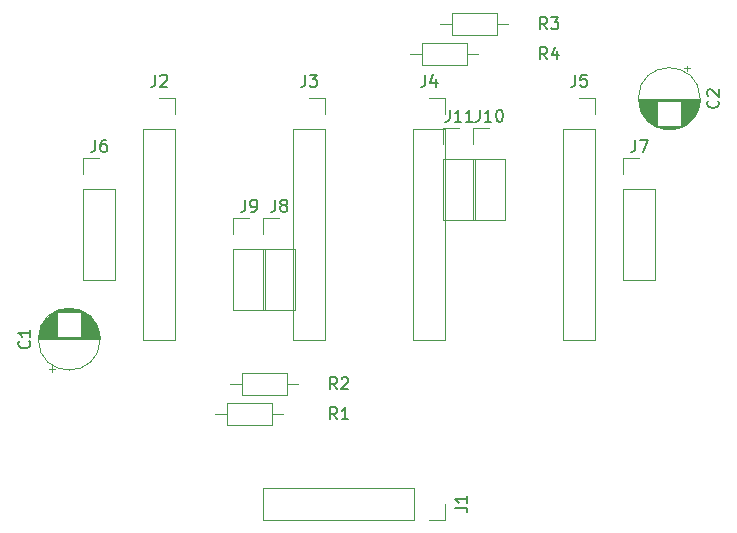
<source format=gto>
G04 #@! TF.GenerationSoftware,KiCad,Pcbnew,(6.0.2)*
G04 #@! TF.CreationDate,2025-01-10T20:50:02+01:00*
G04 #@! TF.ProjectId,2motor,326d6f74-6f72-42e6-9b69-6361645f7063,rev?*
G04 #@! TF.SameCoordinates,Original*
G04 #@! TF.FileFunction,Legend,Top*
G04 #@! TF.FilePolarity,Positive*
%FSLAX46Y46*%
G04 Gerber Fmt 4.6, Leading zero omitted, Abs format (unit mm)*
G04 Created by KiCad (PCBNEW (6.0.2)) date 2025-01-10 20:50:02*
%MOMM*%
%LPD*%
G01*
G04 APERTURE LIST*
%ADD10C,0.150000*%
%ADD11C,0.120000*%
%ADD12R,1.700000X1.700000*%
%ADD13O,1.700000X1.700000*%
%ADD14C,1.400000*%
%ADD15O,1.400000X1.400000*%
%ADD16R,1.600000X1.600000*%
%ADD17C,1.600000*%
G04 APERTURE END LIST*
D10*
X129206666Y-95742380D02*
X129206666Y-96456666D01*
X129159047Y-96599523D01*
X129063809Y-96694761D01*
X128920952Y-96742380D01*
X128825714Y-96742380D01*
X129587619Y-95742380D02*
X130206666Y-95742380D01*
X129873333Y-96123333D01*
X130016190Y-96123333D01*
X130111428Y-96170952D01*
X130159047Y-96218571D01*
X130206666Y-96313809D01*
X130206666Y-96551904D01*
X130159047Y-96647142D01*
X130111428Y-96694761D01*
X130016190Y-96742380D01*
X129730476Y-96742380D01*
X129635238Y-96694761D01*
X129587619Y-96647142D01*
X143970476Y-98722380D02*
X143970476Y-99436666D01*
X143922857Y-99579523D01*
X143827619Y-99674761D01*
X143684761Y-99722380D01*
X143589523Y-99722380D01*
X144970476Y-99722380D02*
X144399047Y-99722380D01*
X144684761Y-99722380D02*
X144684761Y-98722380D01*
X144589523Y-98865238D01*
X144494285Y-98960476D01*
X144399047Y-99008095D01*
X145589523Y-98722380D02*
X145684761Y-98722380D01*
X145780000Y-98770000D01*
X145827619Y-98817619D01*
X145875238Y-98912857D01*
X145922857Y-99103333D01*
X145922857Y-99341428D01*
X145875238Y-99531904D01*
X145827619Y-99627142D01*
X145780000Y-99674761D01*
X145684761Y-99722380D01*
X145589523Y-99722380D01*
X145494285Y-99674761D01*
X145446666Y-99627142D01*
X145399047Y-99531904D01*
X145351428Y-99341428D01*
X145351428Y-99103333D01*
X145399047Y-98912857D01*
X145446666Y-98817619D01*
X145494285Y-98770000D01*
X145589523Y-98722380D01*
X131913333Y-124912380D02*
X131580000Y-124436190D01*
X131341904Y-124912380D02*
X131341904Y-123912380D01*
X131722857Y-123912380D01*
X131818095Y-123960000D01*
X131865714Y-124007619D01*
X131913333Y-124102857D01*
X131913333Y-124245714D01*
X131865714Y-124340952D01*
X131818095Y-124388571D01*
X131722857Y-124436190D01*
X131341904Y-124436190D01*
X132865714Y-124912380D02*
X132294285Y-124912380D01*
X132580000Y-124912380D02*
X132580000Y-123912380D01*
X132484761Y-124055238D01*
X132389523Y-124150476D01*
X132294285Y-124198095D01*
X141922380Y-132413333D02*
X142636666Y-132413333D01*
X142779523Y-132460952D01*
X142874761Y-132556190D01*
X142922380Y-132699047D01*
X142922380Y-132794285D01*
X142922380Y-131413333D02*
X142922380Y-131984761D01*
X142922380Y-131699047D02*
X141922380Y-131699047D01*
X142065238Y-131794285D01*
X142160476Y-131889523D01*
X142208095Y-131984761D01*
X164127142Y-97936666D02*
X164174761Y-97984285D01*
X164222380Y-98127142D01*
X164222380Y-98222380D01*
X164174761Y-98365238D01*
X164079523Y-98460476D01*
X163984285Y-98508095D01*
X163793809Y-98555714D01*
X163650952Y-98555714D01*
X163460476Y-98508095D01*
X163365238Y-98460476D01*
X163270000Y-98365238D01*
X163222380Y-98222380D01*
X163222380Y-98127142D01*
X163270000Y-97984285D01*
X163317619Y-97936666D01*
X163317619Y-97555714D02*
X163270000Y-97508095D01*
X163222380Y-97412857D01*
X163222380Y-97174761D01*
X163270000Y-97079523D01*
X163317619Y-97031904D01*
X163412857Y-96984285D01*
X163508095Y-96984285D01*
X163650952Y-97031904D01*
X164222380Y-97603333D01*
X164222380Y-96984285D01*
X124126666Y-106342380D02*
X124126666Y-107056666D01*
X124079047Y-107199523D01*
X123983809Y-107294761D01*
X123840952Y-107342380D01*
X123745714Y-107342380D01*
X124650476Y-107342380D02*
X124840952Y-107342380D01*
X124936190Y-107294761D01*
X124983809Y-107247142D01*
X125079047Y-107104285D01*
X125126666Y-106913809D01*
X125126666Y-106532857D01*
X125079047Y-106437619D01*
X125031428Y-106390000D01*
X124936190Y-106342380D01*
X124745714Y-106342380D01*
X124650476Y-106390000D01*
X124602857Y-106437619D01*
X124555238Y-106532857D01*
X124555238Y-106770952D01*
X124602857Y-106866190D01*
X124650476Y-106913809D01*
X124745714Y-106961428D01*
X124936190Y-106961428D01*
X125031428Y-106913809D01*
X125079047Y-106866190D01*
X125126666Y-106770952D01*
X149693333Y-94432380D02*
X149360000Y-93956190D01*
X149121904Y-94432380D02*
X149121904Y-93432380D01*
X149502857Y-93432380D01*
X149598095Y-93480000D01*
X149645714Y-93527619D01*
X149693333Y-93622857D01*
X149693333Y-93765714D01*
X149645714Y-93860952D01*
X149598095Y-93908571D01*
X149502857Y-93956190D01*
X149121904Y-93956190D01*
X150550476Y-93765714D02*
X150550476Y-94432380D01*
X150312380Y-93384761D02*
X150074285Y-94099047D01*
X150693333Y-94099047D01*
X152066666Y-95742380D02*
X152066666Y-96456666D01*
X152019047Y-96599523D01*
X151923809Y-96694761D01*
X151780952Y-96742380D01*
X151685714Y-96742380D01*
X153019047Y-95742380D02*
X152542857Y-95742380D01*
X152495238Y-96218571D01*
X152542857Y-96170952D01*
X152638095Y-96123333D01*
X152876190Y-96123333D01*
X152971428Y-96170952D01*
X153019047Y-96218571D01*
X153066666Y-96313809D01*
X153066666Y-96551904D01*
X153019047Y-96647142D01*
X152971428Y-96694761D01*
X152876190Y-96742380D01*
X152638095Y-96742380D01*
X152542857Y-96694761D01*
X152495238Y-96647142D01*
X149693333Y-91892380D02*
X149360000Y-91416190D01*
X149121904Y-91892380D02*
X149121904Y-90892380D01*
X149502857Y-90892380D01*
X149598095Y-90940000D01*
X149645714Y-90987619D01*
X149693333Y-91082857D01*
X149693333Y-91225714D01*
X149645714Y-91320952D01*
X149598095Y-91368571D01*
X149502857Y-91416190D01*
X149121904Y-91416190D01*
X150026666Y-90892380D02*
X150645714Y-90892380D01*
X150312380Y-91273333D01*
X150455238Y-91273333D01*
X150550476Y-91320952D01*
X150598095Y-91368571D01*
X150645714Y-91463809D01*
X150645714Y-91701904D01*
X150598095Y-91797142D01*
X150550476Y-91844761D01*
X150455238Y-91892380D01*
X150169523Y-91892380D01*
X150074285Y-91844761D01*
X150026666Y-91797142D01*
X139366666Y-95742380D02*
X139366666Y-96456666D01*
X139319047Y-96599523D01*
X139223809Y-96694761D01*
X139080952Y-96742380D01*
X138985714Y-96742380D01*
X140271428Y-96075714D02*
X140271428Y-96742380D01*
X140033333Y-95694761D02*
X139795238Y-96409047D01*
X140414285Y-96409047D01*
X131913333Y-122372380D02*
X131580000Y-121896190D01*
X131341904Y-122372380D02*
X131341904Y-121372380D01*
X131722857Y-121372380D01*
X131818095Y-121420000D01*
X131865714Y-121467619D01*
X131913333Y-121562857D01*
X131913333Y-121705714D01*
X131865714Y-121800952D01*
X131818095Y-121848571D01*
X131722857Y-121896190D01*
X131341904Y-121896190D01*
X132294285Y-121467619D02*
X132341904Y-121420000D01*
X132437142Y-121372380D01*
X132675238Y-121372380D01*
X132770476Y-121420000D01*
X132818095Y-121467619D01*
X132865714Y-121562857D01*
X132865714Y-121658095D01*
X132818095Y-121800952D01*
X132246666Y-122372380D01*
X132865714Y-122372380D01*
X111426666Y-101262380D02*
X111426666Y-101976666D01*
X111379047Y-102119523D01*
X111283809Y-102214761D01*
X111140952Y-102262380D01*
X111045714Y-102262380D01*
X112331428Y-101262380D02*
X112140952Y-101262380D01*
X112045714Y-101310000D01*
X111998095Y-101357619D01*
X111902857Y-101500476D01*
X111855238Y-101690952D01*
X111855238Y-102071904D01*
X111902857Y-102167142D01*
X111950476Y-102214761D01*
X112045714Y-102262380D01*
X112236190Y-102262380D01*
X112331428Y-102214761D01*
X112379047Y-102167142D01*
X112426666Y-102071904D01*
X112426666Y-101833809D01*
X112379047Y-101738571D01*
X112331428Y-101690952D01*
X112236190Y-101643333D01*
X112045714Y-101643333D01*
X111950476Y-101690952D01*
X111902857Y-101738571D01*
X111855238Y-101833809D01*
X116506666Y-95742380D02*
X116506666Y-96456666D01*
X116459047Y-96599523D01*
X116363809Y-96694761D01*
X116220952Y-96742380D01*
X116125714Y-96742380D01*
X116935238Y-95837619D02*
X116982857Y-95790000D01*
X117078095Y-95742380D01*
X117316190Y-95742380D01*
X117411428Y-95790000D01*
X117459047Y-95837619D01*
X117506666Y-95932857D01*
X117506666Y-96028095D01*
X117459047Y-96170952D01*
X116887619Y-96742380D01*
X117506666Y-96742380D01*
X126666666Y-106342380D02*
X126666666Y-107056666D01*
X126619047Y-107199523D01*
X126523809Y-107294761D01*
X126380952Y-107342380D01*
X126285714Y-107342380D01*
X127285714Y-106770952D02*
X127190476Y-106723333D01*
X127142857Y-106675714D01*
X127095238Y-106580476D01*
X127095238Y-106532857D01*
X127142857Y-106437619D01*
X127190476Y-106390000D01*
X127285714Y-106342380D01*
X127476190Y-106342380D01*
X127571428Y-106390000D01*
X127619047Y-106437619D01*
X127666666Y-106532857D01*
X127666666Y-106580476D01*
X127619047Y-106675714D01*
X127571428Y-106723333D01*
X127476190Y-106770952D01*
X127285714Y-106770952D01*
X127190476Y-106818571D01*
X127142857Y-106866190D01*
X127095238Y-106961428D01*
X127095238Y-107151904D01*
X127142857Y-107247142D01*
X127190476Y-107294761D01*
X127285714Y-107342380D01*
X127476190Y-107342380D01*
X127571428Y-107294761D01*
X127619047Y-107247142D01*
X127666666Y-107151904D01*
X127666666Y-106961428D01*
X127619047Y-106866190D01*
X127571428Y-106818571D01*
X127476190Y-106770952D01*
X141430476Y-98722380D02*
X141430476Y-99436666D01*
X141382857Y-99579523D01*
X141287619Y-99674761D01*
X141144761Y-99722380D01*
X141049523Y-99722380D01*
X142430476Y-99722380D02*
X141859047Y-99722380D01*
X142144761Y-99722380D02*
X142144761Y-98722380D01*
X142049523Y-98865238D01*
X141954285Y-98960476D01*
X141859047Y-99008095D01*
X143382857Y-99722380D02*
X142811428Y-99722380D01*
X143097142Y-99722380D02*
X143097142Y-98722380D01*
X143001904Y-98865238D01*
X142906666Y-98960476D01*
X142811428Y-99008095D01*
X105827142Y-118296666D02*
X105874761Y-118344285D01*
X105922380Y-118487142D01*
X105922380Y-118582380D01*
X105874761Y-118725238D01*
X105779523Y-118820476D01*
X105684285Y-118868095D01*
X105493809Y-118915714D01*
X105350952Y-118915714D01*
X105160476Y-118868095D01*
X105065238Y-118820476D01*
X104970000Y-118725238D01*
X104922380Y-118582380D01*
X104922380Y-118487142D01*
X104970000Y-118344285D01*
X105017619Y-118296666D01*
X105922380Y-117344285D02*
X105922380Y-117915714D01*
X105922380Y-117630000D02*
X104922380Y-117630000D01*
X105065238Y-117725238D01*
X105160476Y-117820476D01*
X105208095Y-117915714D01*
X157146666Y-101262380D02*
X157146666Y-101976666D01*
X157099047Y-102119523D01*
X157003809Y-102214761D01*
X156860952Y-102262380D01*
X156765714Y-102262380D01*
X157527619Y-101262380D02*
X158194285Y-101262380D01*
X157765714Y-102262380D01*
D11*
X129540000Y-97730000D02*
X130870000Y-97730000D01*
X128210000Y-118170000D02*
X130870000Y-118170000D01*
X128210000Y-100330000D02*
X130870000Y-100330000D01*
X128210000Y-100330000D02*
X128210000Y-118170000D01*
X130870000Y-100330000D02*
X130870000Y-118170000D01*
X130870000Y-97730000D02*
X130870000Y-99060000D01*
X143450000Y-102870000D02*
X146110000Y-102870000D01*
X143450000Y-101600000D02*
X143450000Y-100270000D01*
X143450000Y-100270000D02*
X144780000Y-100270000D01*
X143450000Y-108010000D02*
X146110000Y-108010000D01*
X143450000Y-102870000D02*
X143450000Y-108010000D01*
X146110000Y-102870000D02*
X146110000Y-108010000D01*
X121590000Y-124460000D02*
X122540000Y-124460000D01*
X122540000Y-125380000D02*
X126380000Y-125380000D01*
X126380000Y-125380000D02*
X126380000Y-123540000D01*
X126380000Y-123540000D02*
X122540000Y-123540000D01*
X122540000Y-123540000D02*
X122540000Y-125380000D01*
X127330000Y-124460000D02*
X126380000Y-124460000D01*
X138430000Y-130750000D02*
X138430000Y-133410000D01*
X141030000Y-132080000D02*
X141030000Y-133410000D01*
X138430000Y-130750000D02*
X125670000Y-130750000D01*
X125670000Y-130750000D02*
X125670000Y-133410000D01*
X138430000Y-133410000D02*
X125670000Y-133410000D01*
X141030000Y-133410000D02*
X139700000Y-133410000D01*
X161271000Y-100051000D02*
X161060000Y-100051000D01*
X162462000Y-98611000D02*
X161060000Y-98611000D01*
X158980000Y-99331000D02*
X157955000Y-99331000D01*
X162556000Y-98250000D02*
X161060000Y-98250000D01*
X162540000Y-98330000D02*
X161060000Y-98330000D01*
X162531000Y-98370000D02*
X161060000Y-98370000D01*
X158980000Y-99931000D02*
X158577000Y-99931000D01*
X158980000Y-99371000D02*
X157985000Y-99371000D01*
X161745000Y-95215225D02*
X161245000Y-95215225D01*
X162142000Y-99251000D02*
X161060000Y-99251000D01*
X158980000Y-98130000D02*
X157464000Y-98130000D01*
X158980000Y-99971000D02*
X158637000Y-99971000D01*
X162521000Y-98410000D02*
X161060000Y-98410000D01*
X162330000Y-98931000D02*
X161060000Y-98931000D01*
X158980000Y-99611000D02*
X158194000Y-99611000D01*
X162596000Y-97930000D02*
X157444000Y-97930000D01*
X160935000Y-100211000D02*
X159105000Y-100211000D01*
X162195000Y-99171000D02*
X161060000Y-99171000D01*
X161719000Y-99731000D02*
X161060000Y-99731000D01*
X162600000Y-97770000D02*
X157440000Y-97770000D01*
X162115000Y-99291000D02*
X161060000Y-99291000D01*
X162548000Y-98290000D02*
X161060000Y-98290000D01*
X158980000Y-99451000D02*
X158049000Y-99451000D01*
X158980000Y-98491000D02*
X157540000Y-98491000D01*
X158980000Y-98851000D02*
X157672000Y-98851000D01*
X158980000Y-98330000D02*
X157500000Y-98330000D01*
X158980000Y-98410000D02*
X157519000Y-98410000D01*
X162349000Y-98891000D02*
X161060000Y-98891000D01*
X161625000Y-99811000D02*
X161060000Y-99811000D01*
X161118000Y-100131000D02*
X158922000Y-100131000D01*
X162488000Y-98531000D02*
X161060000Y-98531000D01*
X162418000Y-98731000D02*
X161060000Y-98731000D01*
X158980000Y-98370000D02*
X157509000Y-98370000D01*
X158980000Y-98931000D02*
X157710000Y-98931000D01*
X158980000Y-98691000D02*
X157606000Y-98691000D01*
X158980000Y-99131000D02*
X157820000Y-99131000D01*
X162055000Y-99371000D02*
X161060000Y-99371000D01*
X158980000Y-99411000D02*
X158016000Y-99411000D01*
X161921000Y-99531000D02*
X161060000Y-99531000D01*
X158980000Y-98210000D02*
X157477000Y-98210000D01*
X158980000Y-99291000D02*
X157925000Y-99291000D01*
X158980000Y-98971000D02*
X157730000Y-98971000D01*
X162402000Y-98771000D02*
X161060000Y-98771000D01*
X160697000Y-100291000D02*
X159343000Y-100291000D01*
X158980000Y-98050000D02*
X157455000Y-98050000D01*
X162570000Y-98170000D02*
X161060000Y-98170000D01*
X162511000Y-98450000D02*
X161060000Y-98450000D01*
X158980000Y-98531000D02*
X157552000Y-98531000D01*
X162576000Y-98130000D02*
X161060000Y-98130000D01*
X158980000Y-98891000D02*
X157691000Y-98891000D01*
X158980000Y-99851000D02*
X158466000Y-99851000D01*
X161846000Y-99611000D02*
X161060000Y-99611000D01*
X161957000Y-99491000D02*
X161060000Y-99491000D01*
X162563000Y-98210000D02*
X161060000Y-98210000D01*
X161884000Y-99571000D02*
X161060000Y-99571000D01*
X158980000Y-98651000D02*
X157592000Y-98651000D01*
X161198000Y-100091000D02*
X158842000Y-100091000D01*
X158980000Y-98170000D02*
X157470000Y-98170000D01*
X162085000Y-99331000D02*
X161060000Y-99331000D01*
X161673000Y-99771000D02*
X161060000Y-99771000D01*
X162598000Y-97890000D02*
X157442000Y-97890000D01*
X158980000Y-99531000D02*
X158119000Y-99531000D01*
X158980000Y-99811000D02*
X158415000Y-99811000D01*
X160538000Y-100331000D02*
X159502000Y-100331000D01*
X162024000Y-99411000D02*
X161060000Y-99411000D01*
X161520000Y-99891000D02*
X161060000Y-99891000D01*
X161574000Y-99851000D02*
X161060000Y-99851000D01*
X162593000Y-97970000D02*
X157447000Y-97970000D01*
X162475000Y-98571000D02*
X161060000Y-98571000D01*
X162599000Y-97850000D02*
X157441000Y-97850000D01*
X162220000Y-99131000D02*
X161060000Y-99131000D01*
X158980000Y-99891000D02*
X158520000Y-99891000D01*
X162434000Y-98691000D02*
X161060000Y-98691000D01*
X162267000Y-99051000D02*
X161060000Y-99051000D01*
X158980000Y-99491000D02*
X158083000Y-99491000D01*
X160825000Y-100251000D02*
X159215000Y-100251000D01*
X162288000Y-99011000D02*
X161060000Y-99011000D01*
X162385000Y-98811000D02*
X161060000Y-98811000D01*
X158980000Y-99691000D02*
X158277000Y-99691000D01*
X161031000Y-100171000D02*
X159009000Y-100171000D01*
X158980000Y-99731000D02*
X158321000Y-99731000D01*
X161763000Y-99691000D02*
X161060000Y-99691000D01*
X161805000Y-99651000D02*
X161060000Y-99651000D01*
X162585000Y-98050000D02*
X161060000Y-98050000D01*
X158980000Y-99771000D02*
X158367000Y-99771000D01*
X158980000Y-100051000D02*
X158769000Y-100051000D01*
X162368000Y-98851000D02*
X161060000Y-98851000D01*
X161495000Y-94965225D02*
X161495000Y-95465225D01*
X158980000Y-98731000D02*
X157622000Y-98731000D01*
X162448000Y-98651000D02*
X161060000Y-98651000D01*
X162310000Y-98971000D02*
X161060000Y-98971000D01*
X158980000Y-99571000D02*
X158156000Y-99571000D01*
X158980000Y-98250000D02*
X157484000Y-98250000D01*
X162244000Y-99091000D02*
X161060000Y-99091000D01*
X161339000Y-100011000D02*
X161060000Y-100011000D01*
X162581000Y-98090000D02*
X161060000Y-98090000D01*
X160304000Y-100371000D02*
X159736000Y-100371000D01*
X158980000Y-100011000D02*
X158701000Y-100011000D01*
X158980000Y-99211000D02*
X157871000Y-99211000D01*
X162589000Y-98010000D02*
X161060000Y-98010000D01*
X158980000Y-99651000D02*
X158235000Y-99651000D01*
X158980000Y-98611000D02*
X157578000Y-98611000D01*
X158980000Y-99171000D02*
X157845000Y-99171000D01*
X162169000Y-99211000D02*
X161060000Y-99211000D01*
X162500000Y-98491000D02*
X161060000Y-98491000D01*
X158980000Y-99091000D02*
X157796000Y-99091000D01*
X161463000Y-99931000D02*
X161060000Y-99931000D01*
X158980000Y-98571000D02*
X157565000Y-98571000D01*
X158980000Y-99051000D02*
X157773000Y-99051000D01*
X158980000Y-99011000D02*
X157752000Y-99011000D01*
X158980000Y-98290000D02*
X157492000Y-98290000D01*
X158980000Y-98811000D02*
X157655000Y-98811000D01*
X158980000Y-98771000D02*
X157638000Y-98771000D01*
X158980000Y-98010000D02*
X157451000Y-98010000D01*
X161991000Y-99451000D02*
X161060000Y-99451000D01*
X161403000Y-99971000D02*
X161060000Y-99971000D01*
X158980000Y-98090000D02*
X157459000Y-98090000D01*
X158980000Y-98450000D02*
X157529000Y-98450000D01*
X162600000Y-97810000D02*
X157440000Y-97810000D01*
X158980000Y-99251000D02*
X157898000Y-99251000D01*
X162640000Y-97770000D02*
G75*
G03*
X162640000Y-97770000I-2620000J0D01*
G01*
X123130000Y-110490000D02*
X123130000Y-115630000D01*
X125790000Y-110490000D02*
X125790000Y-115630000D01*
X123130000Y-115630000D02*
X125790000Y-115630000D01*
X123130000Y-109220000D02*
X123130000Y-107890000D01*
X123130000Y-110490000D02*
X125790000Y-110490000D01*
X123130000Y-107890000D02*
X124460000Y-107890000D01*
X142890000Y-93060000D02*
X139050000Y-93060000D01*
X143840000Y-93980000D02*
X142890000Y-93980000D01*
X142890000Y-94900000D02*
X142890000Y-93060000D01*
X139050000Y-93060000D02*
X139050000Y-94900000D01*
X138100000Y-93980000D02*
X139050000Y-93980000D01*
X139050000Y-94900000D02*
X142890000Y-94900000D01*
X153730000Y-97730000D02*
X153730000Y-99060000D01*
X151070000Y-100330000D02*
X151070000Y-118170000D01*
X151070000Y-118170000D02*
X153730000Y-118170000D01*
X152400000Y-97730000D02*
X153730000Y-97730000D01*
X151070000Y-100330000D02*
X153730000Y-100330000D01*
X153730000Y-100330000D02*
X153730000Y-118170000D01*
X141590000Y-92360000D02*
X145430000Y-92360000D01*
X146380000Y-91440000D02*
X145430000Y-91440000D01*
X140640000Y-91440000D02*
X141590000Y-91440000D01*
X145430000Y-92360000D02*
X145430000Y-90520000D01*
X145430000Y-90520000D02*
X141590000Y-90520000D01*
X141590000Y-90520000D02*
X141590000Y-92360000D01*
X141030000Y-100330000D02*
X141030000Y-118170000D01*
X138370000Y-100330000D02*
X141030000Y-100330000D01*
X141030000Y-97730000D02*
X141030000Y-99060000D01*
X138370000Y-118170000D02*
X141030000Y-118170000D01*
X139700000Y-97730000D02*
X141030000Y-97730000D01*
X138370000Y-100330000D02*
X138370000Y-118170000D01*
X127650000Y-122840000D02*
X127650000Y-121000000D01*
X128600000Y-121920000D02*
X127650000Y-121920000D01*
X127650000Y-121000000D02*
X123810000Y-121000000D01*
X123810000Y-121000000D02*
X123810000Y-122840000D01*
X122860000Y-121920000D02*
X123810000Y-121920000D01*
X123810000Y-122840000D02*
X127650000Y-122840000D01*
X110430000Y-105410000D02*
X113090000Y-105410000D01*
X113090000Y-105410000D02*
X113090000Y-113090000D01*
X110430000Y-113090000D02*
X113090000Y-113090000D01*
X110430000Y-102810000D02*
X111760000Y-102810000D01*
X110430000Y-105410000D02*
X110430000Y-113090000D01*
X110430000Y-104140000D02*
X110430000Y-102810000D01*
X115510000Y-118170000D02*
X118170000Y-118170000D01*
X118170000Y-97730000D02*
X118170000Y-99060000D01*
X115510000Y-100330000D02*
X118170000Y-100330000D01*
X118170000Y-100330000D02*
X118170000Y-118170000D01*
X115510000Y-100330000D02*
X115510000Y-118170000D01*
X116840000Y-97730000D02*
X118170000Y-97730000D01*
X125670000Y-109220000D02*
X125670000Y-107890000D01*
X128330000Y-110490000D02*
X128330000Y-115630000D01*
X125670000Y-110490000D02*
X125670000Y-115630000D01*
X125670000Y-110490000D02*
X128330000Y-110490000D01*
X125670000Y-115630000D02*
X128330000Y-115630000D01*
X125670000Y-107890000D02*
X127000000Y-107890000D01*
X140910000Y-102870000D02*
X140910000Y-108010000D01*
X143570000Y-102870000D02*
X143570000Y-108010000D01*
X140910000Y-102870000D02*
X143570000Y-102870000D01*
X140910000Y-108010000D02*
X143570000Y-108010000D01*
X140910000Y-100270000D02*
X142240000Y-100270000D01*
X140910000Y-101600000D02*
X140910000Y-100270000D01*
X110260000Y-117890000D02*
X111789000Y-117890000D01*
X106640000Y-118130000D02*
X111800000Y-118130000D01*
X108042000Y-115809000D02*
X110398000Y-115809000D01*
X106709000Y-117530000D02*
X108180000Y-117530000D01*
X110260000Y-116009000D02*
X110720000Y-116009000D01*
X110260000Y-116609000D02*
X111315000Y-116609000D01*
X107394000Y-116289000D02*
X108180000Y-116289000D01*
X110260000Y-116889000D02*
X111488000Y-116889000D01*
X110260000Y-117730000D02*
X111770000Y-117730000D01*
X110260000Y-116129000D02*
X110873000Y-116129000D01*
X106765000Y-117329000D02*
X108180000Y-117329000D01*
X107216000Y-116489000D02*
X108180000Y-116489000D01*
X110260000Y-117329000D02*
X111675000Y-117329000D01*
X108122000Y-115769000D02*
X110318000Y-115769000D01*
X106729000Y-117450000D02*
X108180000Y-117450000D01*
X110260000Y-115889000D02*
X110539000Y-115889000D01*
X107901000Y-115889000D02*
X108180000Y-115889000D01*
X107495000Y-120684775D02*
X107995000Y-120684775D01*
X107125000Y-116609000D02*
X108180000Y-116609000D01*
X110260000Y-117770000D02*
X111776000Y-117770000D01*
X110260000Y-116449000D02*
X111191000Y-116449000D01*
X110260000Y-116729000D02*
X111395000Y-116729000D01*
X110260000Y-117049000D02*
X111568000Y-117049000D01*
X110260000Y-116209000D02*
X110963000Y-116209000D01*
X106659000Y-117810000D02*
X108180000Y-117810000D01*
X110260000Y-117450000D02*
X111711000Y-117450000D01*
X106640000Y-118090000D02*
X111800000Y-118090000D01*
X110260000Y-117209000D02*
X111634000Y-117209000D01*
X106891000Y-117009000D02*
X108180000Y-117009000D01*
X108702000Y-115569000D02*
X109738000Y-115569000D01*
X110260000Y-117850000D02*
X111785000Y-117850000D01*
X108209000Y-115729000D02*
X110231000Y-115729000D01*
X110260000Y-117289000D02*
X111662000Y-117289000D01*
X107435000Y-116249000D02*
X108180000Y-116249000D01*
X107615000Y-116089000D02*
X108180000Y-116089000D01*
X110260000Y-116649000D02*
X111342000Y-116649000D01*
X107567000Y-116129000D02*
X108180000Y-116129000D01*
X110260000Y-117610000D02*
X111748000Y-117610000D01*
X107777000Y-115969000D02*
X108180000Y-115969000D01*
X106700000Y-117570000D02*
X108180000Y-117570000D01*
X110260000Y-117530000D02*
X111731000Y-117530000D01*
X110260000Y-116369000D02*
X111121000Y-116369000D01*
X110260000Y-115969000D02*
X110663000Y-115969000D01*
X106855000Y-117089000D02*
X108180000Y-117089000D01*
X106838000Y-117129000D02*
X108180000Y-117129000D01*
X107045000Y-116729000D02*
X108180000Y-116729000D01*
X107155000Y-116569000D02*
X108180000Y-116569000D01*
X110260000Y-116049000D02*
X110774000Y-116049000D01*
X107745000Y-120934775D02*
X107745000Y-120434775D01*
X110260000Y-117690000D02*
X111763000Y-117690000D01*
X106973000Y-116849000D02*
X108180000Y-116849000D01*
X106677000Y-117690000D02*
X108180000Y-117690000D01*
X110260000Y-115849000D02*
X110471000Y-115849000D01*
X110260000Y-116689000D02*
X111369000Y-116689000D01*
X106792000Y-117249000D02*
X108180000Y-117249000D01*
X110260000Y-117089000D02*
X111585000Y-117089000D01*
X106778000Y-117289000D02*
X108180000Y-117289000D01*
X110260000Y-116969000D02*
X111530000Y-116969000D01*
X110260000Y-117009000D02*
X111549000Y-117009000D01*
X107837000Y-115929000D02*
X108180000Y-115929000D01*
X110260000Y-116929000D02*
X111510000Y-116929000D01*
X106822000Y-117169000D02*
X108180000Y-117169000D01*
X106664000Y-117770000D02*
X108180000Y-117770000D01*
X106644000Y-117970000D02*
X111796000Y-117970000D01*
X107185000Y-116529000D02*
X108180000Y-116529000D01*
X110260000Y-116409000D02*
X111157000Y-116409000D01*
X110260000Y-116769000D02*
X111420000Y-116769000D01*
X110260000Y-117249000D02*
X111648000Y-117249000D01*
X108543000Y-115609000D02*
X109897000Y-115609000D01*
X110260000Y-116569000D02*
X111285000Y-116569000D01*
X110260000Y-115929000D02*
X110603000Y-115929000D01*
X110260000Y-117570000D02*
X111740000Y-117570000D01*
X110260000Y-117369000D02*
X111688000Y-117369000D01*
X110260000Y-116849000D02*
X111467000Y-116849000D01*
X106647000Y-117930000D02*
X111793000Y-117930000D01*
X107666000Y-116049000D02*
X108180000Y-116049000D01*
X110260000Y-116169000D02*
X110919000Y-116169000D01*
X106996000Y-116809000D02*
X108180000Y-116809000D01*
X110260000Y-117810000D02*
X111781000Y-117810000D01*
X106872000Y-117049000D02*
X108180000Y-117049000D01*
X110260000Y-116529000D02*
X111255000Y-116529000D01*
X108305000Y-115689000D02*
X110135000Y-115689000D01*
X107319000Y-116369000D02*
X108180000Y-116369000D01*
X110260000Y-116809000D02*
X111444000Y-116809000D01*
X110260000Y-116329000D02*
X111084000Y-116329000D01*
X107477000Y-116209000D02*
X108180000Y-116209000D01*
X106684000Y-117650000D02*
X108180000Y-117650000D01*
X106930000Y-116929000D02*
X108180000Y-116929000D01*
X107098000Y-116649000D02*
X108180000Y-116649000D01*
X110260000Y-116249000D02*
X111005000Y-116249000D01*
X107020000Y-116769000D02*
X108180000Y-116769000D01*
X110260000Y-116489000D02*
X111224000Y-116489000D01*
X106641000Y-118050000D02*
X111799000Y-118050000D01*
X107283000Y-116409000D02*
X108180000Y-116409000D01*
X108936000Y-115529000D02*
X109504000Y-115529000D01*
X106670000Y-117730000D02*
X108180000Y-117730000D01*
X107969000Y-115849000D02*
X108180000Y-115849000D01*
X106651000Y-117890000D02*
X108180000Y-117890000D01*
X106806000Y-117209000D02*
X108180000Y-117209000D01*
X106692000Y-117610000D02*
X108180000Y-117610000D01*
X108415000Y-115649000D02*
X110025000Y-115649000D01*
X106910000Y-116969000D02*
X108180000Y-116969000D01*
X106740000Y-117409000D02*
X108180000Y-117409000D01*
X107249000Y-116449000D02*
X108180000Y-116449000D01*
X107071000Y-116689000D02*
X108180000Y-116689000D01*
X107356000Y-116329000D02*
X108180000Y-116329000D01*
X106642000Y-118010000D02*
X111798000Y-118010000D01*
X110260000Y-117490000D02*
X111721000Y-117490000D01*
X110260000Y-117129000D02*
X111602000Y-117129000D01*
X106952000Y-116889000D02*
X108180000Y-116889000D01*
X110260000Y-117409000D02*
X111700000Y-117409000D01*
X110260000Y-117650000D02*
X111756000Y-117650000D01*
X110260000Y-117169000D02*
X111618000Y-117169000D01*
X106752000Y-117369000D02*
X108180000Y-117369000D01*
X110260000Y-116289000D02*
X111046000Y-116289000D01*
X106655000Y-117850000D02*
X108180000Y-117850000D01*
X106719000Y-117490000D02*
X108180000Y-117490000D01*
X107521000Y-116169000D02*
X108180000Y-116169000D01*
X107720000Y-116009000D02*
X108180000Y-116009000D01*
X110260000Y-116089000D02*
X110825000Y-116089000D01*
X111840000Y-118130000D02*
G75*
G03*
X111840000Y-118130000I-2620000J0D01*
G01*
X156150000Y-104140000D02*
X156150000Y-102810000D01*
X158810000Y-105410000D02*
X158810000Y-113090000D01*
X156150000Y-105410000D02*
X158810000Y-105410000D01*
X156150000Y-102810000D02*
X157480000Y-102810000D01*
X156150000Y-105410000D02*
X156150000Y-113090000D01*
X156150000Y-113090000D02*
X158810000Y-113090000D01*
%LPC*%
D12*
X129540000Y-99060000D03*
D13*
X129540000Y-101600000D03*
X129540000Y-104140000D03*
X129540000Y-106680000D03*
X129540000Y-109220000D03*
X129540000Y-111760000D03*
X129540000Y-114300000D03*
X129540000Y-116840000D03*
D12*
X144780000Y-101600000D03*
D13*
X144780000Y-104140000D03*
X144780000Y-106680000D03*
D14*
X128270000Y-124460000D03*
D15*
X120650000Y-124460000D03*
D12*
X139700000Y-132080000D03*
D13*
X137160000Y-132080000D03*
X134620000Y-132080000D03*
X132080000Y-132080000D03*
X129540000Y-132080000D03*
X127000000Y-132080000D03*
D16*
X160020000Y-96520000D03*
D17*
X160020000Y-99020000D03*
D12*
X124460000Y-109220000D03*
D13*
X124460000Y-111760000D03*
X124460000Y-114300000D03*
D14*
X144780000Y-93980000D03*
D15*
X137160000Y-93980000D03*
D12*
X152400000Y-99060000D03*
D13*
X152400000Y-101600000D03*
X152400000Y-104140000D03*
X152400000Y-106680000D03*
X152400000Y-109220000D03*
X152400000Y-111760000D03*
X152400000Y-114300000D03*
X152400000Y-116840000D03*
D14*
X147320000Y-91440000D03*
D15*
X139700000Y-91440000D03*
D12*
X139700000Y-99060000D03*
D13*
X139700000Y-101600000D03*
X139700000Y-104140000D03*
X139700000Y-106680000D03*
X139700000Y-109220000D03*
X139700000Y-111760000D03*
X139700000Y-114300000D03*
X139700000Y-116840000D03*
D14*
X129540000Y-121920000D03*
D15*
X121920000Y-121920000D03*
D12*
X111760000Y-104140000D03*
D13*
X111760000Y-106680000D03*
X111760000Y-109220000D03*
X111760000Y-111760000D03*
D12*
X116840000Y-99060000D03*
D13*
X116840000Y-101600000D03*
X116840000Y-104140000D03*
X116840000Y-106680000D03*
X116840000Y-109220000D03*
X116840000Y-111760000D03*
X116840000Y-114300000D03*
X116840000Y-116840000D03*
D12*
X127000000Y-109220000D03*
D13*
X127000000Y-111760000D03*
X127000000Y-114300000D03*
D12*
X142240000Y-101600000D03*
D13*
X142240000Y-104140000D03*
X142240000Y-106680000D03*
D16*
X109220000Y-119380000D03*
D17*
X109220000Y-116880000D03*
D12*
X157480000Y-104140000D03*
D13*
X157480000Y-106680000D03*
X157480000Y-109220000D03*
X157480000Y-111760000D03*
M02*

</source>
